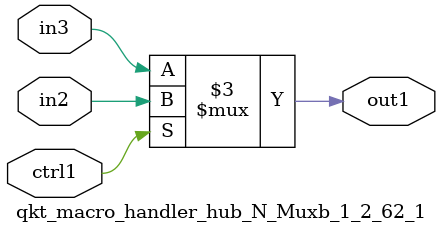
<source format=v>

`timescale 1ps / 1ps


module qkt_macro_handler_hub_N_Muxb_1_2_62_1( in3, in2, ctrl1, out1 );

    input in3;
    input in2;
    input ctrl1;
    output out1;
    reg out1;

    
    // rtl_process:qkt_macro_handler_hub_N_Muxb_1_2_62_1/qkt_macro_handler_hub_N_Muxb_1_2_62_1_thread_1
    always @*
      begin : qkt_macro_handler_hub_N_Muxb_1_2_62_1_thread_1
        case (ctrl1) 
          1'b1: 
            begin
              out1 = in2;
            end
          default: 
            begin
              out1 = in3;
            end
        endcase
      end

endmodule



</source>
